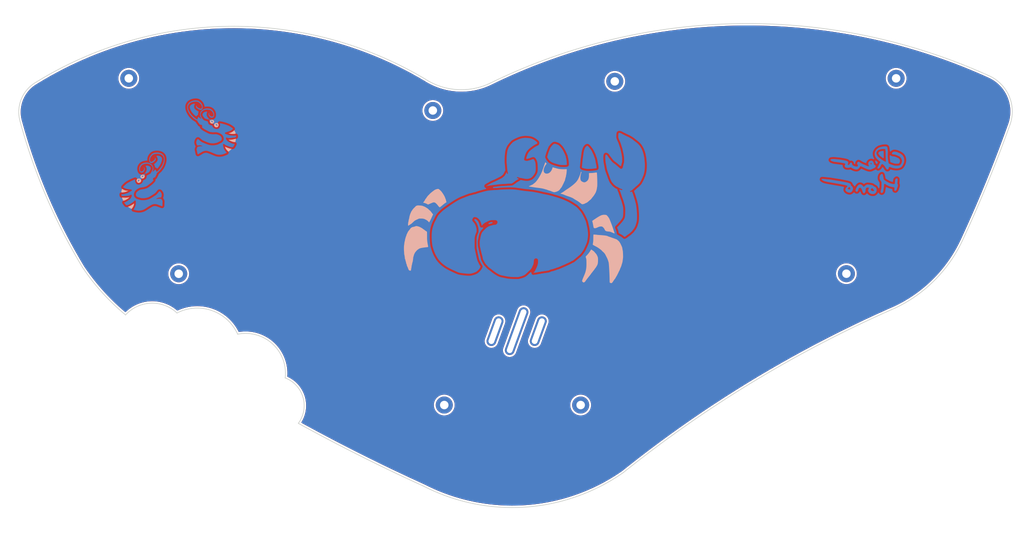
<source format=kicad_pcb>
(kicad_pcb (version 20241229) (generator "pcbnew") (generator_version "9.0")
  (layers (0 "F.Cu" signal) (2 "B.Cu" signal) (13 "F.Paste" user) (15 "B.Paste" user) (5 "F.SilkS" user "F.Silkscreen") (7 "B.SilkS" user "B.Silkscreen") (1 "F.Mask" user) (3 "B.Mask" user) (25 "Edge.Cuts" user))
  (net 0 "")
  (net 1 "GND")
  (footprint "" (layer "F.Cu") (at 165.270014 134.82)
    (property "Reference" "")
    (property "Value" "")
  )
  (footprint "" (layer "F.Cu") (at 148.7 115.7 70)
    (property "Reference" "" (hide yes))
    (property "Value" "" (hide yes))
  )
  (footprint "" (layer "F.Cu") (at 154.3 115.7 70)
    (property "Reference" "" (hide yes))
    (property "Value" "" (hide yes))
  )
  (footprint "" (layer "F.Cu") (at 174.1 51.05)
    (property "Reference" "")
    (property "Value" "")
  )
  (footprint "" (layer "F.Cu") (at 48.33 50.27)
    (property "Reference" "")
    (property "Value" "")
  )
  (footprint "" (layer "F.Cu") (at 143.1 115.7 70)
    (property "Reference" "" (hide yes))
    (property "Value" "" (hide yes))
  )
  (footprint "" (layer "F.Cu") (at 147.670007 146.843918)
    (property "Reference" "" (hide yes))
    (property "Value" "" (hide yes))
  )
  (footprint "" (layer "F.Cu") (at 129.97 134.82)
    (property "Reference" "")
    (property "Value" "")
  )
  (footprint "" (layer "F.Cu") (at 127.01 58.59)
    (property "Reference" "" (hide yes))
    (property "Value" "" (hide yes))
  )
  (footprint "" (layer "F.Cu") (at 246.910014 50.27)
    (property "Reference" "" (hide yes))
    (property "Value" "" (hide yes))
  )
  (footprint "LOGO" (layer "B.Cu") (at 69.5 63.5 160)
    (property "Reference" "G***" (hide yes))
    (property "Value" "LOGO" (hide yes))
  )
  (footprint "" (layer "B.Cu") (at 147.620007 146.823918 180)
    (property "Reference" "" (hide yes))
    (property "Value" "" (hide yes))
  )
  (footprint "LOGO" (layer "B.Cu") (at 53.142315 77.296271 -150)
    (property "Reference" "G***" (hide yes))
    (property "Value" "LOGO" (hide yes))
  )
  (footprint "LOGO" (layer "B.Cu") (at 238.137622 74.315687 180)
    (property "Reference" "G***" (hide yes))
    (property "Value" "LOGO" (hide yes))
  )
  (footprint "LOGO" (layer "B.Cu") (at 152 84.5 180)
    (property "Reference" "G***" (hide yes))
    (property "Value" "LOGO" (hide yes))
  )
  (gr_arc (start 264 92.4) (mid 256.848323 102.548323) (end 246.7 109.7) (stroke (width 0.2)) (layer "Edge.Cuts"))
  (gr_arc (start 20.223099 61.50254) (mid 20.525834 55.619974) (end 24.433588 51.212516) (stroke (width 0.2)) (layer "Edge.Cuts"))
  (gr_arc (start 47.5 111.5) (mid 54.045095 108.45952) (end 60.8 111) (stroke (width 0.2)) (layer "Edge.Cuts"))
  (gr_arc (start 270.7 49.5) (mid 276.077816 54.715468) (end 276.4 62.2) (stroke (width 0.2)) (layer "Edge.Cuts"))
  (gr_arc (start 76.498789 116.487807) (mid 85.539348 119.001283) (end 88.8 127.8) (stroke (width 0.2)) (layer "Edge.Cuts"))
  (gr_arc (start 141.9 51.5) (mid 206.076714 36.120369) (end 270.7 49.5) (stroke (width 0.2)) (layer "Edge.Cuts"))
  (gr_arc (start 176.3 152.3) (mid 210.093969 128.676418) (end 246.7 109.7) (stroke (width 0.2)) (layer "Edge.Cuts"))
  (gr_arc (start 24.433588 51.212516) (mid 74.667367 36.808724) (end 125.1 50.5) (stroke (width 0.2)) (layer "Edge.Cuts"))
  (gr_arc (start 141.9 51.5) (mid 133.369519 53.192086) (end 125.1 50.5) (stroke (width 0.2)) (layer "Edge.Cuts"))
  (gr_arc (start 176.3 152.3) (mid 150.9359 161.22743) (end 124.6 155.8) (stroke (width 0.2)) (layer "Edge.Cuts"))
  (gr_arc (start 60.8 111) (mid 69.828731 110.370216) (end 76.498789 116.487807) (stroke (width 0.2)) (layer "Edge.Cuts"))
  (gr_arc (start 88.8 127.8) (mid 93.419078 132.83033) (end 92.2 139.55) (stroke (width 0.2)) (layer "Edge.Cuts"))
  (gr_arc (start 36.367845 99.223433) (mid 26.988998 80.922165) (end 20.223099 61.50254) (stroke (width 0.2)) (layer "Edge.Cuts"))
  (gr_arc (start 124.6 155.8) (mid 108.244185 147.98567) (end 92.2 139.55) (stroke (width 0.2)) (layer "Edge.Cuts"))
  (gr_arc (start 276.4 62.2) (mid 270.541994 77.440421) (end 264 92.4) (stroke (width 0.2)) (layer "Edge.Cuts"))
  (gr_arc (start 47.5 111.5) (mid 41.488926 105.76523) (end 36.367845 99.223433) (stroke (width 0.2)) (layer "Edge.Cuts"))
  (zone (net 1) (net_name "GND") (layers "F.Cu" "B.Cu") (connect_pads (clearance 0.5)) (min_thickness 0.3) (fill yes (thermal_gap 0.5) (thermal_bridge_width 0.5) (island_removal_mode 1) (island_area_min 10))
    (polygon (pts (xy 15 30) (xy 280 30) (xy 280 170) (xy 15 170)))
  )
)
</source>
